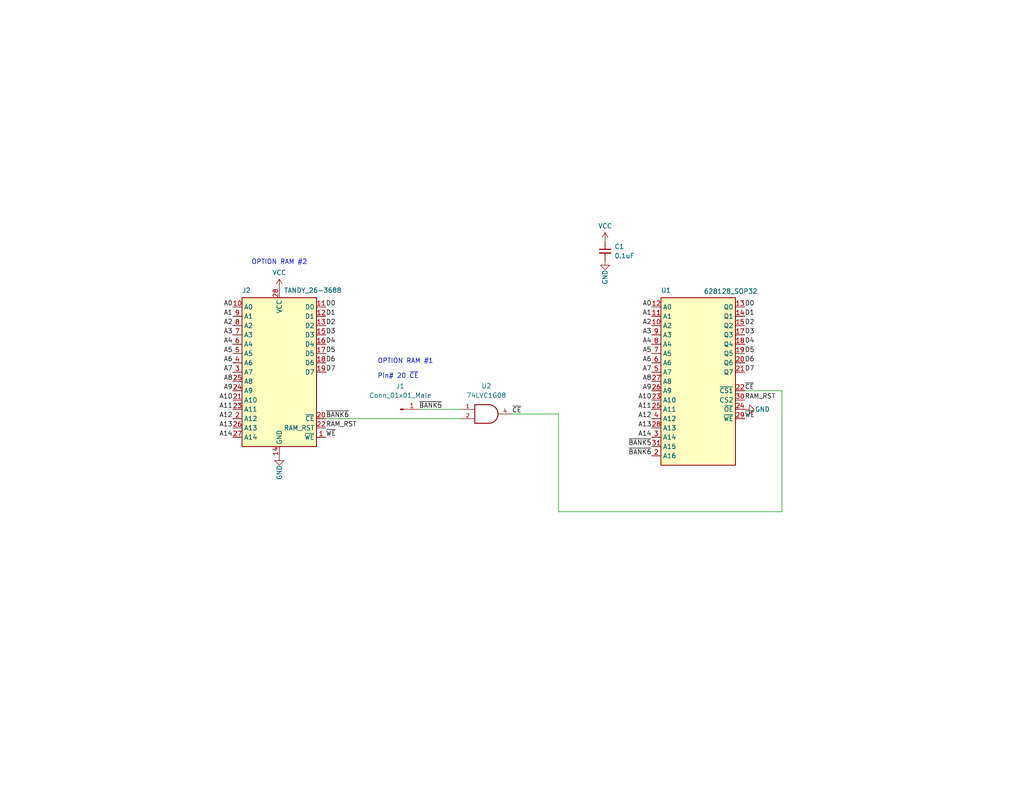
<source format=kicad_sch>
(kicad_sch (version 20211123) (generator eeschema)
  (paper "USLetter")
  (title_block (title "TANDY 200 Dual RAM") (date "2022-09-16") (rev "001") (company "b.kenyon.w@gmail.com") (comment 1 "Based on T200RAMV2 by Steve Adolph") (comment 2 "Replaces 2 x TANDY 26-3866 24K RAM modules for TANDY 200"))
  (lib_symbols
    (symbol "000_LOCAL:628128_SOP32"
      (property "Reference" "U" (at -10.16 23.495 0))
      (property "Value" "628128_SOP32" (at 1.524 23.876 0))
      (symbol "628128_SOP32_0_0"
        (pin power_in line (at 0 -22.86 90) (length 2.54) hide (name "GND") (number "16"))
        (pin power_in line (at 0 22.86 270) (length 2.54) hide (name "VCC") (number "32"))
      )
      (symbol "628128_SOP32_0_1"
        (rectangle (start -10.16 22.86) (end 10.16 -22.86) (stroke (width 0.254)) (fill (type background)))
      )
      (symbol "628128_SOP32_1_1"
        (pin no_connect non_logic (at 10.16 -20.32 180) (length 2.54) hide (name "NC") (number "1"))
        (pin input line (at -12.7 15.24 0) (length 2.54) (name "A2") (number "10"))
        (pin input line (at -12.7 17.78 0) (length 2.54) (name "A1") (number "11"))
        (pin input line (at -12.7 20.32 0) (length 2.54) (name "A0") (number "12"))
        (pin tri_state line (at 12.7 20.32 180) (length 2.54) (name "Q0") (number "13"))
        (pin tri_state line (at 12.7 17.78 180) (length 2.54) (name "Q1") (number "14"))
        (pin tri_state line (at 12.7 15.24 180) (length 2.54) (name "Q2") (number "15"))
        (pin tri_state line (at 12.7 12.7 180) (length 2.54) (name "Q3") (number "17"))
        (pin tri_state line (at 12.7 10.16 180) (length 2.54) (name "Q4") (number "18"))
        (pin tri_state line (at 12.7 7.62 180) (length 2.54) (name "Q5") (number "19"))
        (pin input line (at -12.7 -20.32 0) (length 2.54) (name "A16") (number "2"))
        (pin tri_state line (at 12.7 5.08 180) (length 2.54) (name "Q6") (number "20"))
        (pin tri_state line (at 12.7 2.54 180) (length 2.54) (name "Q7") (number "21"))
        (pin input line (at 12.7 -2.54 180) (length 2.54) (name "~{CS1}") (number "22"))
        (pin input line (at -12.7 -5.08 0) (length 2.54) (name "A10") (number "23"))
        (pin input line (at 12.7 -7.62 180) (length 2.54) (name "~{OE}") (number "24"))
        (pin input line (at -12.7 -7.62 0) (length 2.54) (name "A11") (number "25"))
        (pin input line (at -12.7 -2.54 0) (length 2.54) (name "A9") (number "26"))
        (pin input line (at -12.7 0 0) (length 2.54) (name "A8") (number "27"))
        (pin input line (at -12.7 -12.7 0) (length 2.54) (name "A13") (number "28"))
        (pin input line (at 12.7 -10.16 180) (length 2.54) (name "~{WE}") (number "29"))
        (pin input line (at -12.7 -15.24 0) (length 2.54) (name "A14") (number "3"))
        (pin input line (at 12.7 -5.08 180) (length 2.54) (name "CS2") (number "30"))
        (pin input line (at -12.7 -17.78 0) (length 2.54) (name "A15") (number "31"))
        (pin input line (at -12.7 -10.16 0) (length 2.54) (name "A12") (number "4"))
        (pin input line (at -12.7 2.54 0) (length 2.54) (name "A7") (number "5"))
        (pin input line (at -12.7 5.08 0) (length 2.54) (name "A6") (number "6"))
        (pin input line (at -12.7 7.62 0) (length 2.54) (name "A5") (number "7"))
        (pin input line (at -12.7 10.16 0) (length 2.54) (name "A4") (number "8"))
        (pin input line (at -12.7 12.7 0) (length 2.54) (name "A3") (number "9"))
      )
    )
    (symbol "000_LOCAL:74LVC1G08" (pin_names (offset 1.016))
      (property "Reference" "U" (at -2.54 3.81 0))
      (property "Value" "74LVC1G08" (at 0 -3.81 0))
      (symbol "74LVC1G08_0_1"
        (arc (start 0 -2.54) (mid 2.54 0) (end 0 2.54) (stroke (width 0.254)))
        (polyline (pts (xy 0 -2.54) (xy -3.81 -2.54) (xy -3.81 2.54) (xy 0 2.54)) (stroke (width 0.254)))
      )
      (symbol "74LVC1G08_1_1"
        (pin input line (at -7.62 1.27 0) (length 3.81) (name "~") (number "1"))
        (pin input line (at -7.62 -1.27 0) (length 3.81) (name "~") (number "2"))
        (pin power_in line (at 0 -2.54 270) (length 0) hide (name "GND") (number "3"))
        (pin output line (at 6.35 0 180) (length 3.81) (name "~") (number "4"))
        (pin power_in line (at 0 2.54 90) (length 0) hide (name "VCC") (number "5"))
      )
    )
    (symbol "000_LOCAL:C" (pin_numbers hide) (pin_names (offset 0.254) hide)
      (property "Reference" "C" (at 0.254 1.778 0))
      (property "Value" "C" (at 0.254 -2.032 0))
      (symbol "C_0_1"
        (polyline (pts (xy -1.524 -0.508) (xy 1.524 -0.508)) (stroke (width 0.3302)))
        (polyline (pts (xy -1.524 0.508) (xy 1.524 0.508)) (stroke (width 0.3048)))
      )
      (symbol "C_1_1"
        (pin passive line (at 0 2.54 270) (length 2.032) (name "~") (number "1"))
        (pin passive line (at 0 -2.54 90) (length 2.032) (name "~") (number "2"))
      )
    )
    (symbol "000_LOCAL:Conn_01x01_Male" (pin_names (offset 1.016) hide)
      (property "Reference" "J" (at 0 2.54 0))
      (property "Value" "Conn_01x01_Male" (at 0 -2.54 0))
      (symbol "Conn_01x01_Male_1_1"
        (polyline (pts (xy 1.27 0) (xy 0.8636 0)) (stroke (width 0.1524)))
        (rectangle (start 0.8636 0.127) (end 0 -0.127) (stroke (width 0.1524)) (fill (type outline)))
        (pin passive line (at 5.08 0 180) (length 3.81) (name "Pin_1") (number "1"))
      )
    )
    (symbol "000_LOCAL:TANDY_26-3688"
      (property "Reference" "U" (at -10.16 20.955 0))
      (property "Value" "TANDY_26-3688" (at 2.54 20.955 0))
      (symbol "TANDY_26-3688_0_0"
        (pin power_in line (at 0 22.86 270) (length 2.54) (name "VCC") (number "28"))
      )
      (symbol "TANDY_26-3688_0_1"
        (rectangle (start -10.16 20.32) (end 10.16 -20.32) (stroke (width 0.254)) (fill (type background)))
      )
      (symbol "TANDY_26-3688_1_1"
        (pin input line (at 12.7 -17.78 180) (length 2.54) (name "~{WE}") (number "1"))
        (pin input line (at -12.7 17.78 0) (length 2.54) (name "A0") (number "10"))
        (pin tri_state line (at 12.7 17.78 180) (length 2.54) (name "D0") (number "11"))
        (pin tri_state line (at 12.7 15.24 180) (length 2.54) (name "D1") (number "12"))
        (pin tri_state line (at 12.7 12.7 180) (length 2.54) (name "D2") (number "13"))
        (pin power_in line (at 0 -22.86 90) (length 2.54) (name "GND") (number "14"))
        (pin tri_state line (at 12.7 10.16 180) (length 2.54) (name "D3") (number "15"))
        (pin tri_state line (at 12.7 7.62 180) (length 2.54) (name "D4") (number "16"))
        (pin tri_state line (at 12.7 5.08 180) (length 2.54) (name "D5") (number "17"))
        (pin tri_state line (at 12.7 2.54 180) (length 2.54) (name "D6") (number "18"))
        (pin tri_state line (at 12.7 0 180) (length 2.54) (name "D7") (number "19"))
        (pin input line (at -12.7 -12.7 0) (length 2.54) (name "A12") (number "2"))
        (pin input line (at 12.7 -12.7 180) (length 2.54) (name "~{CE}") (number "20"))
        (pin input line (at -12.7 -7.62 0) (length 2.54) (name "A10") (number "21"))
        (pin input line (at 12.7 -15.24 180) (length 2.54) (name "RAM_RST") (number "22"))
        (pin input line (at -12.7 -10.16 0) (length 2.54) (name "A11") (number "23"))
        (pin input line (at -12.7 -5.08 0) (length 2.54) (name "A9") (number "24"))
        (pin input line (at -12.7 -2.54 0) (length 2.54) (name "A8") (number "25"))
        (pin input line (at -12.7 -15.24 0) (length 2.54) (name "A13") (number "26"))
        (pin input line (at -12.7 -17.78 0) (length 2.54) (name "A14") (number "27"))
        (pin input line (at -12.7 0 0) (length 2.54) (name "A7") (number "3"))
        (pin input line (at -12.7 2.54 0) (length 2.54) (name "A6") (number "4"))
        (pin input line (at -12.7 5.08 0) (length 2.54) (name "A5") (number "5"))
        (pin input line (at -12.7 7.62 0) (length 2.54) (name "A4") (number "6"))
        (pin input line (at -12.7 10.16 0) (length 2.54) (name "A3") (number "7"))
        (pin input line (at -12.7 12.7 0) (length 2.54) (name "A2") (number "8"))
        (pin input line (at -12.7 15.24 0) (length 2.54) (name "A1") (number "9"))
      )
    )
    (symbol "power:GND" (power) (pin_names (offset 0))
      (property "Value" "GND" (at 0 -3.81 0))
      (symbol "GND_0_1"
        (polyline (pts (xy 0 0) (xy 0 -1.27) (xy 1.27 -1.27) (xy 0 -2.54) (xy -1.27 -1.27) (xy 0 -1.27)))
      )
      (symbol "GND_1_1"
        (pin power_in line (at 0 0 270) (length 0) hide (name "GND") (number "1"))
      )
    )
    (symbol "power:VCC" (power) (pin_names (offset 0))
      (property "Value" "VCC" (at 0 3.81 0))
      (symbol "VCC_0_1"
        (polyline (pts (xy -0.762 1.27) (xy 0 2.54)))
        (polyline (pts (xy 0 0) (xy 0 2.54)))
        (polyline (pts (xy 0 2.54) (xy 0.762 1.27)))
      )
      (symbol "VCC_1_1"
        (pin power_in line (at 0 0 90) (length 0) hide (name "VCC") (number "1"))
      )
    )
  )
  (wire (pts (xy 213.36 106.68) (xy 213.36 139.7)))
  (wire (pts (xy 203.2 106.68) (xy 213.36 106.68)))
  (wire (pts (xy 139.7 113.03) (xy 152.4 113.03)))
  (wire (pts (xy 152.4 139.7) (xy 213.36 139.7)))
  (wire (pts (xy 114.3 111.76) (xy 125.73 111.76)))
  (wire (pts (xy 88.9 114.3) (xy 125.73 114.3)))
  (wire (pts (xy 152.4 113.03) (xy 152.4 139.7)))
  (text "OPTION RAM #1\n\nPin# 20 ~{CE}" (at 102.997 103.505 0) (effects (font (size 1.27 1.27)) (justify left bottom)))
  (text "OPTION RAM #2" (at 68.58 72.39 0) (effects (font (size 1.27 1.27)) (justify left bottom)))
  (label "A13" (at 177.8 116.84 180))
  (label "A1" (at 63.5 86.36 180))
  (label "D6" (at 203.2 99.06 0))
  (label "A4" (at 177.8 93.98 180))
  (label "A6" (at 177.8 99.06 180))
  (label "~{BANK5}" (at 177.8 121.92 180))
  (label "A9" (at 63.5 106.68 180))
  (label "A4" (at 63.5 93.98 180))
  (label "D6" (at 88.9 99.06 0))
  (label "A7" (at 63.5 101.6 180))
  (label "D3" (at 88.9 91.44 0))
  (label "D2" (at 88.9 88.9 0))
  (label "~{WE}" (at 203.2 114.3 0))
  (label "A0" (at 63.5 83.82 180))
  (label "A3" (at 63.5 91.44 180))
  (label "A1" (at 177.8 86.36 180))
  (label "A12" (at 63.5 114.3 180))
  (label "A8" (at 177.8 104.14 180))
  (label "~{BANK5}" (at 114.3 111.76 0))
  (label "A0" (at 177.8 83.82 180))
  (label "A2" (at 177.8 88.9 180))
  (label "D0" (at 203.2 83.82 0))
  (label "D4" (at 88.9 93.98 0))
  (label "A14" (at 177.8 119.38 180))
  (label "A13" (at 63.5 116.84 180))
  (label "A3" (at 177.8 91.44 180))
  (label "A9" (at 177.8 106.68 180))
  (label "RAM_RST" (at 88.9 116.84 0))
  (label "D2" (at 203.2 88.9 0))
  (label "D5" (at 203.2 96.52 0))
  (label "A7" (at 177.8 101.6 180))
  (label "D1" (at 203.2 86.36 0))
  (label "A12" (at 177.8 114.3 180))
  (label "A8" (at 63.5 104.14 180))
  (label "~{CE}" (at 203.2 106.68 0))
  (label "A10" (at 63.5 109.22 180))
  (label "A10" (at 177.8 109.22 180))
  (label "A11" (at 177.8 111.76 180))
  (label "A5" (at 63.5 96.52 180))
  (label "D7" (at 203.2 101.6 0))
  (label "D7" (at 88.9 101.6 0))
  (label "A14" (at 63.5 119.38 180))
  (label "~{BANK6}" (at 177.8 124.46 180))
  (label "D1" (at 88.9 86.36 0))
  (label "~{BANK6}" (at 88.9 114.3 0))
  (label "A5" (at 177.8 96.52 180))
  (label "D3" (at 203.2 91.44 0))
  (label "D4" (at 203.2 93.98 0))
  (label "A11" (at 63.5 111.76 180))
  (label "~{CE}" (at 139.7 113.03 0))
  (label "D0" (at 88.9 83.82 0))
  (label "~{WE}" (at 88.9 119.38 0))
  (label "A6" (at 63.5 99.06 180))
  (label "A2" (at 63.5 88.9 180))
  (label "D5" (at 88.9 96.52 0))
  (label "RAM_RST" (at 203.2 109.22 0))
  (symbol (lib_id "power:VCC") (at 76.2 78.74 0) (unit 1)
    (property "Reference" "#PWR0104" (effects hide))
    (property "Value" "VCC" (at 76.2 74.422 0))
  )
  (symbol (lib_id "power:GND") (at 76.2 124.46 0) (unit 1)
    (property "Reference" "#PWR0108" (effects hide))
    (property "Value" "GND" (at 76.2 129.032 90))
  )
  (symbol (lib_id "power:GND") (at 203.2 111.76 90) (unit 1)
    (property "Reference" "#PWR0102" (effects hide))
    (property "Value" "GND" (at 208.026 111.76 90))
  )
  (symbol (lib_id "000_LOCAL:TANDY_26-3688") (at 76.2 101.6 0) (unit 1)
    (property "Reference" "J2" (at 66.04 80.01 0) (effects (justify left bottom)))
    (property "Value" "TANDY_26-3688" (at 77.47 80.01 0) (effects (justify left bottom)))
    (property "Footprint" "000_LOCAL:KEL ICC05-028-360TP" (effects hide))
  )
  (symbol (lib_id "000_LOCAL:Conn_01x01_Male") (at 109.22 111.76 0) (unit 1)
    (property "Reference" "J1" (at 109.22 105.41 0))
    (property "Value" "Conn_01x01_Male" (at 109.22 107.95 0))
    (property "Footprint" "000_LOCAL:Mill-Max 3121" (effects hide))
  )
  (symbol (lib_id "power:VCC") (at 165.1 66.04 0) (unit 1)
    (property "Reference" "#PWR0106" (effects hide))
    (property "Value" "VCC" (at 165.1 61.722 0))
  )
  (symbol (lib_id "power:GND") (at 165.1 71.12 0) (unit 1)
    (property "Reference" "#PWR0105" (effects hide))
    (property "Value" "GND" (at 165.1 75.692 90))
  )
  (symbol (lib_id "000_LOCAL:74LVC1G08") (at 133.35 113.03 0) (unit 1)
    (property "Reference" "U2" (at 132.715 105.41 0))
    (property "Value" "74LVC1G08" (at 132.715 107.95 0))
    (property "Footprint" "000_LOCAL:SOT-23-5" (effects hide))
    (property "Datasheet" "http://www.ti.com/lit/sg/scyt129e/scyt129e.pdf" (effects hide))
  )
  (symbol (lib_id "000_LOCAL:C") (at 165.1 68.58 0) (unit 1)
    (property "Reference" "C1" (at 167.64 67.3162 0) (effects (justify left)))
    (property "Value" "0.1uF" (at 167.64 69.8562 0) (effects (justify left)))
    (property "Footprint" "000_LOCAL:C_0805" (effects hide))
  )
  (symbol (lib_id "000_LOCAL:628128_SOP32") (at 190.5 104.14 0) (unit 1)
    (property "Reference" "U1" (at 180.34 80.01 0) (effects (justify left bottom)))
    (property "Value" "628128_SOP32" (at 192.024 80.264 0) (effects (justify left bottom)))
    (property "Footprint" "000_LOCAL:SOP-32" (effects hide))
    (property "Datasheet" "http://www.futurlec.com/Datasheet/Memory/628128.pdf" (effects hide))
  )
)
</source>
